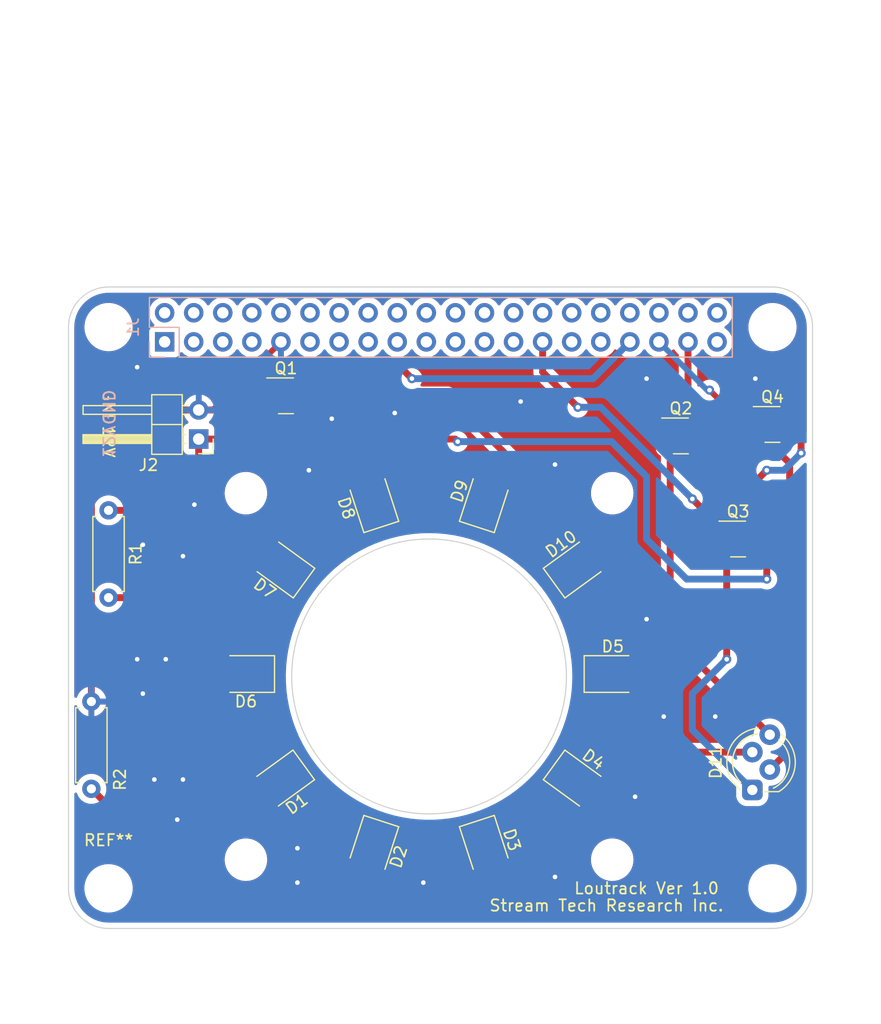
<source format=kicad_pcb>
(kicad_pcb (version 20211014) (generator pcbnew)
  (layers (0 "F.Cu" signal) (31 "B.Cu" signal) (34 "B.Paste" user) (35 "F.Paste" user) (36 "B.SilkS" user "B.Silkscreen") (37 "F.SilkS" user "F.Silkscreen") (38 "B.Mask" user) (39 "F.Mask" user) (44 "Edge.Cuts" user))
  (net 0 "")
  (net 1 "Net-(D1-Pad1)")
  (net 2 "Net-(D1-Pad2)")
  (net 3 "Net-(D2-Pad1)")
  (net 4 "Net-(D3-Pad1)")
  (net 5 "Net-(D4-Pad1)")
  (net 6 "Net-(D10-Pad1)")
  (net 7 "Net-(D6-Pad1)")
  (net 8 "Net-(D7-Pad1)")
  (net 9 "Net-(D8-Pad1)")
  (net 10 "Net-(D10-Pad2)")
  (net 11 "Net-(D11-Pad1)")
  (net 12 "Net-(D11-Pad2)")
  (net 13 "Net-(D11-Pad3)")
  (net 14 "Net-(D11-Pad4)")
  (net 22 "GND")
  (net 40 "Net-(J1-Pad27)")
  (net 46 "Net-(J1-Pad33)")
  (net 49 "Net-(J1-Pad37)")
  (net 53 "+12V")
  (net 55 "Net-(J1-Pad35)")
  (footprint "LED_SMD:LED_PLCC_2835_Handsoldering" (layer "F.Cu") (at 68.555728 84.382825 144)
    (fp_text reference "D7" (at 0 -2.4 144) (layer "F.SilkS"))
    (fp_text value "LED")
    (fp_line (start 1.4 1.6) (end -2.5 1.6) (layer "F.SilkS") (width 0.12))
    (fp_line (start 1.4 -1.6) (end -2.5 -1.6) (layer "F.SilkS") (width 0.12))
    (fp_line (start -2.5 -1.6) (end -2.5 1.6) (layer "F.SilkS") (width 0.12))
    (pad "1" smd rect (at -1.05 0 144) (size 2.5 2.2) (layers "F.Cu" "F.Paste" "F.Mask") (net 8 "Net-(D7-Pad1)"))
    (pad "2" smd rect (at 1.525 0 144) (size 1.55 2.2) (layers "F.Cu" "F.Paste" "F.Mask") (net 7 "Net-(D6-Pad1)"))
  )
  (footprint "MountingHole:MountingHole_2.7mm_M2.5" (layer "F.Cu") (at 97.5 78)
    (fp_text reference "REF**" hide)
    (fp_text value "MountingHole_2.7mm_M2.5")
    (pad "" np_thru_hole circle (at 0 0) (size 2.7 2.7) (drill 2.7) (layers *.Cu *.Mask))
  )
  (footprint "LED_SMD:LED_PLCC_2835_Handsoldering" (layer "F.Cu") (at 76.555728 78.570485 108)
    (fp_text reference "D8" (at 0 -2.4 108) (layer "F.SilkS"))
    (fp_text value "LED")
    (fp_line (start 1.4 1.6) (end -2.5 1.6) (layer "F.SilkS") (width 0.12))
    (fp_line (start 1.4 -1.6) (end -2.5 -1.6) (layer "F.SilkS") (width 0.12))
    (fp_line (start -2.5 -1.6) (end -2.5 1.6) (layer "F.SilkS") (width 0.12))
    (pad "1" smd rect (at -1.05 0 108) (size 2.5 2.2) (layers "F.Cu" "F.Paste" "F.Mask") (net 9 "Net-(D8-Pad1)"))
    (pad "2" smd rect (at 1.525 0 108) (size 1.55 2.2) (layers "F.Cu" "F.Paste" "F.Mask") (net 8 "Net-(D7-Pad1)"))
  )
  (footprint "MountingHole:MountingHole_3.2mm_M3" (layer "F.Cu") (at 111.5 112.5)
    (fp_text reference "REF**" hide)
    (fp_text value "MountingHole_3.2mm_M3")
    (pad "" np_thru_hole circle (at 0 0) (size 3.2 3.2) (drill 3.2) (layers F&B.Cu *.Mask))
  )
  (footprint "Package_TO_SOT_SMD:SOT-23" (layer "F.Cu") (at 111.5 72)
    (fp_text reference "Q4" (at 0 -2.4) (layer "F.SilkS"))
    (fp_text value "2N7002E")
    (fp_line (start 0 1.56) (end -0.65 1.56) (layer "F.SilkS") (width 0.12))
    (fp_line (start 0 -1.56) (end 0.65 -1.56) (layer "F.SilkS") (width 0.12))
    (fp_line (start 0 -1.56) (end -1.675 -1.56) (layer "F.SilkS") (width 0.12))
    (fp_line (start 0 1.56) (end 0.65 1.56) (layer "F.SilkS") (width 0.12))
    (pad "1" smd roundrect (at -0.9375 -0.95) (size 1.475 0.6) (layers "F.Cu" "F.Paste" "F.Mask") (net 55 "Net-(J1-Pad35)"))
    (pad "2" smd roundrect (at -0.9375 0.95) (size 1.475 0.6) (layers "F.Cu" "F.Paste" "F.Mask") (net 12 "Net-(D11-Pad2)"))
    (pad "3" smd roundrect (at 0.9375 0) (size 1.475 0.6) (layers "F.Cu" "F.Paste" "F.Mask") (net 53 "+12V"))
  )
  (footprint "Package_TO_SOT_SMD:SOT-23" (layer "F.Cu") (at 108.5 82)
    (fp_text reference "Q3" (at 0 -2.4) (layer "F.SilkS"))
    (fp_text value "2N7002E")
    (fp_line (start 0 1.56) (end 0.65 1.56) (layer "F.SilkS") (width 0.12))
    (fp_line (start 0 -1.56) (end -1.675 -1.56) (layer "F.SilkS") (width 0.12))
    (fp_line (start 0 1.56) (end -0.65 1.56) (layer "F.SilkS") (width 0.12))
    (fp_line (start 0 -1.56) (end 0.65 -1.56) (layer "F.SilkS") (width 0.12))
    (pad "1" smd roundrect (at -0.9375 -0.95) (size 1.475 0.6) (layers "F.Cu" "F.Paste" "F.Mask") (net 40 "Net-(J1-Pad27)"))
    (pad "2" smd roundrect (at -0.9375 0.95) (size 1.475 0.6) (layers "F.Cu" "F.Paste" "F.Mask") (net 11 "Net-(D11-Pad1)"))
    (pad "3" smd roundrect (at 0.9375 0) (size 1.475 0.6) (layers "F.Cu" "F.Paste" "F.Mask") (net 53 "+12V"))
  )
  (footprint "MountingHole:MountingHole_2.7mm_M2.5" (layer "F.Cu") (at 97.5 110)
    (fp_text reference "REF**" hide)
    (fp_text value "MountingHole_2.7mm_M2.5")
    (pad "" np_thru_hole circle (at 0 0) (size 2.7 2.7) (drill 2.7) (layers *.Cu *.Mask))
  )
  (footprint "MountingHole:MountingHole_3.2mm_M3" (layer "F.Cu") (at 111.5 63.5)
    (fp_text reference "REF**" hide)
    (fp_text value "MountingHole_3.2mm_M3")
    (pad "" np_thru_hole circle (at 0 0) (size 3.2 3.2) (drill 3.2) (layers F&B.Cu *.Mask))
  )
  (footprint "Package_TO_SOT_SMD:SOT-23" (layer "F.Cu") (at 69 69.5)
    (fp_text reference "Q1" (at 0 -2.4) (layer "F.SilkS"))
    (fp_text value "2N7002E")
    (fp_line (start 0 1.56) (end 0.65 1.56) (layer "F.SilkS") (width 0.12))
    (fp_line (start 0 1.56) (end -0.65 1.56) (layer "F.SilkS") (width 0.12))
    (fp_line (start 0 -1.56) (end -1.675 -1.56) (layer "F.SilkS") (width 0.12))
    (fp_line (start 0 -1.56) (end 0.65 -1.56) (layer "F.SilkS") (width 0.12))
    (pad "1" smd roundrect (at -0.9375 -0.95) (size 1.475 0.6) (layers "F.Cu" "F.Paste" "F.Mask") (net 46 "Net-(J1-Pad33)"))
    (pad "2" smd roundrect (at -0.9375 0.95) (size 1.475 0.6) (layers "F.Cu" "F.Paste" "F.Mask") (net 22 "GND"))
    (pad "3" smd roundrect (at 0.9375 0) (size 1.475 0.6) (layers "F.Cu" "F.Paste" "F.Mask") (net 6 "Net-(D10-Pad1)"))
  )
  (footprint "LED_THT:LED_D5.0mm-4_RGB_Staggered_Pins" (layer "F.Cu") (at 109.74 103.91 90)
    (fp_text reference "D11" (at 2.413 -3.198 90) (layer "F.SilkS"))
    (fp_text value "LED_GBKR")
    (fp_line (start -0.147 1.061188) (end -0.147 2.307) (layer "F.SilkS") (width 0.12))
    (fp_arc (start 0.660401 -1.015999) (mid 3.242766 -1.592649) (end 4.89309 0.475579) (layer "F.SilkS") (width 0.12))
    (fp_arc (start 4.804334 2.556887) (mid 2.262188 3.748194) (end -0.147 2.30683) (layer "F.SilkS") (width 0.12))
    (fp_arc (start 4.372086 2.315056) (mid 2.134091 3.246393) (end 0.158316 1.842) (layer "F.SilkS") (width 0.12))
    (fp_arc (start 0.028 -1.038) (mid 3.238737 -2.109652) (end 5.389836 0.503784) (layer "F.SilkS") (width 0.12))
    (pad "1" thru_hole roundrect (at 0 0 90) (size 1.8 1.8) (drill 0.9) (layers *.Cu *.Mask) (net 11 "Net-(D11-Pad1)"))
    (pad "2" thru_hole circle (at 1.778 1.524 90) (size 1.8 1.8) (drill 0.9) (layers *.Cu *.Mask) (net 12 "Net-(D11-Pad2)"))
    (pad "3" thru_hole circle (at 3.302 0 90) (size 1.8 1.8) (drill 0.9) (layers *.Cu *.Mask) (net 13 "Net-(D11-Pad3)"))
    (pad "4" thru_hole circle (at 4.826 1.524 90) (size 1.8 1.8) (drill 0.9) (layers *.Cu *.Mask) (net 14 "Net-(D11-Pad4)"))
  )
  (footprint "MountingHole:MountingHole_2.7mm_M2.5" (layer "F.Cu") (at 65.5 110)
    (fp_text reference "REF**" hide)
    (fp_text value "MountingHole_2.7mm_M2.5")
    (pad "" np_thru_hole circle (at 0 0) (size 2.7 2.7) (drill 2.7) (layers *.Cu *.Mask))
  )
  (footprint "Connector_PinHeader_2.54mm:PinHeader_1x02_P2.54mm_Horizontal" (layer "F.Cu") (at 61.375 73.275 180)
    (fp_text reference "J2" (at 4.385 -2.27) (layer "F.SilkS"))
    (fp_text value "Conn_01x02_Male")
    (fp_line (start 1.44 -1.33) (end 1.44 3.87) (layer "F.SilkS") (width 0.12))
    (fp_line (start -1.27 -1.27) (end 0 -1.27) (layer "F.SilkS") (width 0.12))
    (fp_line (start 10.1 -0.38) (end 10.1 0.38) (layer "F.SilkS") (width 0.12))
    (fp_line (start 1.11 -0.38) (end 1.44 -0.38) (layer "F.SilkS") (width 0.12))
    (fp_line (start 10.1 0.38) (end 4.1 0.38) (layer "F.SilkS") (width 0.12))
    (fp_line (start 1.44 1.27) (end 4.1 1.27) (layer "F.SilkS") (width 0.12))
    (fp_line (start 4.1 -1.33) (end 1.44 -1.33) (layer "F.SilkS") (width 0.12))
    (fp_line (start 4.1 -0.08) (end 10.1 -0.08) (layer "F.SilkS") (width 0.12))
    (fp_line (start 10.1 2.92) (end 4.1 2.92) (layer "F.SilkS") (width 0.12))
    (fp_line (start 4.1 -0.38) (end 10.1 -0.38) (layer "F.SilkS") (width 0.12))
    (fp_line (start 1.11 0.38) (end 1.44 0.38) (layer "F.SilkS") (width 0.12))
    (fp_line (start 4.1 -0.32) (end 10.1 -0.32) (layer "F.SilkS") (width 0.12))
    (fp_line (start 10.1 2.16) (end 10.1 2.92) (layer "F.SilkS") (width 0.12))
    (fp_line (start 1.44 3.87) (end 4.1 3.87) (layer "F.SilkS") (width 0.12))
    (fp_line (start 4.1 0.16) (end 10.1 0.16) (layer "F.SilkS") (width 0.12))
    (fp_line (start 4.1 -0.2) (end 10.1 -0.2) (layer "F.SilkS") (width 0.12))
    (fp_line (start 4.1 0.28) (end 10.1 0.28) (layer "F.SilkS") (width 0.12))
    (fp_line (start 4.1 0.04) (end 10.1 0.04) (layer "F.SilkS") (width 0.12))
    (fp_line (start 1.042929 2.92) (end 1.44 2.92) (layer "F.SilkS") (width 0.12))
    (fp_line (start 4.1 2.16) (end 10.1 2.16) (layer "F.SilkS") (width 0.12))
    (fp_line (start 1.042929 2.16) (end 1.44 2.16) (layer "F.SilkS") (width 0.12))
    (fp_line (start 4.1 3.87) (end 4.1 -1.33) (layer "F.SilkS") (width 0.12))
    (fp_line (start -1.27 0) (end -1.27 -1.27) (layer "F.SilkS") (width 0.12))
    (pad "1" thru_hole rect (at 0 0 180) (size 1.7 1.7) (drill 1) (layers *.Cu *.Mask) (net 53 "+12V"))
    (pad "2" thru_hole oval (at 0 2.54 180) (size 1.7 1.7) (drill 1) (layers *.Cu *.Mask) (net 22 "GND"))
  )
  (footprint "LED_SMD:LED_PLCC_2835_Handsoldering" (layer "F.Cu") (at 68.530728 103.191953 -144)
    (fp_text reference "D1" (at 0 -2.4 36) (layer "F.SilkS"))
    (fp_text value "LED")
    (fp_line (start -2.5 -1.6) (end -2.5 1.6) (layer "F.SilkS") (width 0.12))
    (fp_line (start 1.4 -1.6) (end -2.5 -1.6) (layer "F.SilkS") (width 0.12))
    (fp_line (start 1.4 1.6) (end -2.5 1.6) (layer "F.SilkS") (width 0.12))
    (pad "1" smd rect (at -1.05 0 216) (size 2.5 2.2) (layers "F.Cu" "F.Paste" "F.Mask") (net 1 "Net-(D1-Pad1)"))
    (pad "2" smd rect (at 1.525 0 216) (size 1.55 2.2) (layers "F.Cu" "F.Paste" "F.Mask") (net 2 "Net-(D1-Pad2)"))
  )
  (footprint "LED_SMD:LED_PLCC_2835_Handsoldering" (layer "F.Cu") (at 76.555728 109.004293 -108)
    (fp_text reference "D2" (at 0 -2.4 72) (layer "F.SilkS"))
    (fp_text value "LED")
    (fp_line (start -2.5 -1.6) (end -2.5 1.6) (layer "F.SilkS") (width 0.12))
    (fp_line (start 1.4 1.6) (end -2.5 1.6) (layer "F.SilkS") (width 0.12))
    (fp_line (start 1.4 -1.6) (end -2.5 -1.6) (layer "F.SilkS") (width 0.12))
    (pad "1" smd rect (at -1.05 0 252) (size 2.5 2.2) (layers "F.Cu" "F.Paste" "F.Mask") (net 3 "Net-(D2-Pad1)"))
    (pad "2" smd rect (at 1.525 0 252) (size 1.55 2.2) (layers "F.Cu" "F.Paste" "F.Mask") (net 1 "Net-(D1-Pad1)"))
  )
  (footprint "Resistor_THT:R_Axial_DIN0207_L6.3mm_D2.5mm_P7.62mm_Horizontal" (layer "F.Cu") (at 52 103.81 90)
    (fp_text reference "R2" (at 0.81 2.5 90) (layer "F.SilkS"))
    (fp_text value "470")
    (fp_line (start 0.54 1.37) (end 7.08 1.37) (layer "F.SilkS") (width 0.12))
    (fp_line (start 7.08 -1.37) (end 7.08 -1.04) (layer "F.SilkS") (width 0.12))
    (fp_line (start 0.54 -1.04) (end 0.54 -1.37) (layer "F.SilkS") (width 0.12))
    (fp_line (start 7.08 1.37) (end 7.08 1.04) (layer "F.SilkS") (width 0.12))
    (fp_line (start 0.54 1.04) (end 0.54 1.37) (layer "F.SilkS") (width 0.12))
    (fp_line (start 0.54 -1.37) (end 7.08 -1.37) (layer "F.SilkS") (width 0.12))
    (pad "1" thru_hole circle (at 0 0 90) (size 1.6 1.6) (drill 0.8) (layers *.Cu *.Mask) (net 13 "Net-(D11-Pad3)"))
    (pad "2" thru_hole oval (at 7.62 0 90) (size 1.6 1.6) (drill 0.8) (layers *.Cu *.Mask) (net 22 "GND"))
  )
  (footprint "LED_SMD:LED_PLCC_2835_Handsoldering" (layer "F.Cu") (at 97.55 93.787389)
    (fp_text reference "D5" (at 0 -2.4) (layer "F.SilkS"))
    (fp_text value "LED")
    (fp_line (start -2.5 -1.6) (end -2.5 1.6) (layer "F.SilkS") (width 0.12))
    (fp_line (start 1.4 -1.6) (end -2.5 -1.6) (layer "F.SilkS") (width 0.12))
    (fp_line (start 1.4 1.6) (end -2.5 1.6) (layer "F.SilkS") (width 0.12))
    (pad "1" smd rect (at -1.05 0) (size 2.5 2.2) (layers "F.Cu" "F.Paste" "F.Mask") (net 6 "Net-(D10-Pad1)"))
    (pad "2" smd rect (at 1.525 0) (size 1.55 2.2) (layers "F.Cu" "F.Paste" "F.Mask") (net 5 "Net-(D4-Pad1)"))
  )
  (footprint "LED_SMD:LED_PLCC_2835_Handsoldering" (layer "F.Cu") (at 86.444272 78.570485 72)
    (fp_text reference "D9" (at 0 -2.4 72) (layer "F.SilkS"))
    (fp_text value "LED")
    (fp_line (start -2.5 -1.6) (end -2.5 1.6) (layer "F.SilkS") (width 0.12))
    (fp_line (start 1.4 1.6) (end -2.5 1.6) (layer "F.SilkS") (width 0.12))
    (fp_line (start 1.4 -1.6) (end -2.5 -1.6) (layer "F.SilkS") (width 0.12))
    (pad "1" smd rect (at -1.05 0 72) (size 2.5 2.2) (layers "F.Cu" "F.Paste" "F.Mask") (net 10 "Net-(D10-Pad2)"))
    (pad "2" smd rect (at 1.525 0 72) (size 1.55 2.2) (layers "F.Cu" "F.Paste" "F.Mask") (net 9 "Net-(D8-Pad1)"))
  )
  (footprint "LED_SMD:LED_PLCC_2835_Handsoldering" (layer "F.Cu") (at 86.444272 109.004293 -72)
    (fp_text reference "D3" (at 0 -2.4 108) (layer "F.SilkS"))
    (fp_text value "LED")
    (fp_line (start 1.4 1.6) (end -2.5 1.6) (layer "F.SilkS") (width 0.12))
    (fp_line (start -2.5 -1.6) (end -2.5 1.6) (layer "F.SilkS") (width 0.12))
    (fp_line (start 1.4 -1.6) (end -2.5 -1.6) (layer "F.SilkS") (width 0.12))
    (pad "1" smd rect (at -1.05 0 288) (size 2.5 2.2) (layers "F.Cu" "F.Paste" "F.Mask") (net 4 "Net-(D3-Pad1)"))
    (pad "2" smd rect (at 1.525 0 288) (size 1.55 2.2) (layers "F.Cu" "F.Paste" "F.Mask") (net 3 "Net-(D2-Pad1)"))
  )
  (footprint "LED_SMD:LED_PLCC_2835_Handsoldering" (layer "F.Cu") (at 94.444272 84.382825 36)
    (fp_text reference "D10" (at 0 -2.4 36) (layer "F.SilkS"))
    (fp_text value "LED")
    (fp_line (start -2.5 -1.6) (end -2.5 1.6) (layer "F.SilkS") (width 0.12))
    (fp_line (start 1.4 1.6) (end -2.5 1.6) (layer "F.SilkS") (width 0.12))
    (fp_line (start 1.4 -1.6) (end -2.5 -1.6) (layer "F.SilkS") (width 0.12))
    (pad "1" smd rect (at -1.05 0 36) (size 2.5 2.2) (layers "F.Cu" "F.Paste" "F.Mask") (net 6 "Net-(D10-Pad1)"))
    (pad "2" smd rect (at 1.525 0 36) (size 1.55 2.2) (layers "F.Cu" "F.Paste" "F.Mask") (net 10 "Net-(D10-Pad2)"))
  )
  (footprint "LED_SMD:LED_PLCC_2835_Handsoldering" (layer "F.Cu") (at 65.5 93.787389 180)
    (fp_text reference "D6" (at 0 -2.4) (layer "F.SilkS"))
    (fp_text value "LED")
    (fp_line (start 1.4 1.6) (end -2.5 1.6) (layer "F.SilkS") (width 0.12))
    (fp_line (start -2.5 -1.6) (end -2.5 1.6) (layer "F.SilkS") (width 0.12))
    (fp_line (start 1.4 -1.6) (end -2.5 -1.6) (layer "F.SilkS") (width 0.12))
    (pad "1" smd rect (at -1.05 0 180) (size 2.5 2.2) (layers "F.Cu" "F.Paste" "F.Mask") (net 7 "Net-(D6-Pad1)"))
    (pad "2" smd rect (at 1.525 0 180) (size 1.55 2.2) (layers "F.Cu" "F.Paste" "F.Mask") (net 2 "Net-(D1-Pad2)"))
  )
  (footprint "MountingHole:MountingHole_2.7mm_M2.5" (layer "F.Cu") (at 65.5 78)
    (fp_text reference "REF**" hide)
    (fp_text value "MountingHole_2.7mm_M2.5")
    (pad "" np_thru_hole circle (at 0 0) (size 2.7 2.7) (drill 2.7) (layers *.Cu *.Mask))
  )
  (footprint "Package_TO_SOT_SMD:SOT-23" (layer "F.Cu") (at 103.5 73)
    (fp_text reference "Q2" (at 0 -2.4) (layer "F.SilkS"))
    (fp_text value "2N7002E")
    (fp_line (start 0 1.56) (end -0.65 1.56) (layer "F.SilkS") (width 0.12))
    (fp_line (start 0 -1.56) (end -1.675 -1.56) (layer "F.SilkS") (width 0.12))
    (fp_line (start 0 1.56) (end 0.65 1.56) (layer "F.SilkS") (width 0.12))
    (fp_line (start 0 -1.56) (end 0.65 -1.56) (layer "F.SilkS") (width 0.12))
    (pad "1" smd roundrect (at -0.9375 -0.95) (size 1.475 0.6) (layers "F.Cu" "F.Paste" "F.Mask") (net 49 "Net-(J1-Pad37)"))
    (pad "2" smd roundrect (at -0.9375 0.95) (size 1.475 0.6) (layers "F.Cu" "F.Paste" "F.Mask") (net 14 "Net-(D11-Pad4)"))
    (pad "3" smd roundrect (at 0.9375 0) (size 1.475 0.6) (layers "F.Cu" "F.Paste" "F.Mask") (net 53 "+12V"))
  )
  (footprint "LED_SMD:LED_PLCC_2835_Handsoldering" (layer "F.Cu") (at 94.444272 103.191953 -36)
    (fp_text reference "D4" (at 0 -2.4 144) (layer "F.SilkS"))
    (fp_text value "LED")
    (fp_line (start 1.4 -1.6) (end -2.5 -1.6) (layer "F.SilkS") (width 0.12))
    (fp_line (start -2.5 -1.6) (end -2.5 1.6) (layer "F.SilkS") (width 0.12))
    (fp_line (start 1.4 1.6) (end -2.5 1.6) (layer "F.SilkS") (width 0.12))
    (pad "1" smd rect (at -1.05 0 324) (size 2.5 2.2) (layers "F.Cu" "F.Paste" "F.Mask") (net 5 "Net-(D4-Pad1)"))
    (pad "2" smd rect (at 1.525 0 324) (size 1.55 2.2) (layers "F.Cu" "F.Paste" "F.Mask") (net 4 "Net-(D3-Pad1)"))
  )
  (footprint "Resistor_THT:R_Axial_DIN0207_L6.3mm_D2.5mm_P7.62mm_Horizontal" (layer "F.Cu") (at 53.5 79.5 -90)
    (fp_text reference "R1" (at 3.81 -2.37 90) (layer "F.SilkS"))
    (fp_text value "22")
    (fp_line (start 0.54 1.04) (end 0.54 1.37) (layer "F.SilkS") (width 0.12))
    (fp_line (start 0.54 1.37) (end 7.08 1.37) (layer "F.SilkS") (width 0.12))
    (fp_line (start 0.54 -1.37) (end 7.08 -1.37) (layer "F.SilkS") (width 0.12))
    (fp_line (start 7.08 1.37) (end 7.08 1.04) (layer "F.SilkS") (width 0.12))
    (fp_line (start 7.08 -1.37) (end 7.08 -1.04) (layer "F.SilkS") (width 0.12))
    (fp_line (start 0.54 -1.04) (end 0.54 -1.37) (layer "F.SilkS") (width 0.12))
    (pad "1" thru_hole circle (at 0 0 270) (size 1.6 1.6) (drill 0.8) (layers *.Cu *.Mask) (net 53 "+12V"))
    (pad "2" thru_hole oval (at 7.62 0 270) (size 1.6 1.6) (drill 0.8) (layers *.Cu *.Mask) (net 2 "Net-(D1-Pad2)"))
  )
  (footprint "MountingHole:MountingHole_3.2mm_M3" (layer "F.Cu") (at 53.5 112.5)
    (fp_text reference "REF**" (at 0 -4.2) (layer "F.SilkS"))
    (fp_text value "MountingHole_3.2mm_M3")
    (pad "" np_thru_hole circle (at 0 0) (size 3.2 3.2) (drill 3.2) (layers F&B.Cu *.Mask))
  )
  (footprint "MountingHole:MountingHole_3.2mm_M3" (layer "F.Cu") (at 53.5 63.5)
    (fp_text reference "REF**" hide)
    (fp_text value "MountingHole_3.2mm_M3")
    (pad "" np_thru_hole circle (at 0 0) (size 3.2 3.2) (drill 3.2) (layers *.Cu *.Mask))
  )
  (footprint "Connector_PinSocket_2.54mm:PinSocket_2x20_P2.54mm_Vertical" (layer "B.Cu") (at 58.4 64.79 -90)
    (fp_text reference "J1" (at -1.27 2.77 90) (layer "B.SilkS") (effects (justify mirror)))
    (fp_text value "Conn_02x20_Odd_Even")
    (fp_line (start -3.87 -49.59) (end 1.33 -49.59) (layer "B.SilkS") (width 0.12))
    (fp_line (start -3.87 1.33) (end -3.87 -49.59) (layer "B.SilkS") (width 0.12))
    (fp_line (start -3.87 1.33) (end -1.27 1.33) (layer "B.SilkS") (width 0.12))
    (fp_line (start -1.27 -1.27) (end 1.33 -1.27) (layer "B.SilkS") (width 0.12))
    (fp_line (start 0 1.33) (end 1.33 1.33) (layer "B.SilkS") (width 0.12))
    (fp_line (start -1.27 1.33) (end -1.27 -1.27) (layer "B.SilkS") (width 0.12))
    (fp_line (start 1.33 -1.27) (end 1.33 -49.59) (layer "B.SilkS") (width 0.12))
    (fp_line (start 1.33 1.33) (end 1.33 0) (layer "B.SilkS") (width 0.12))
    (pad "1" thru_hole rect (at 0 0 270) (size 1.7 1.7) (drill 1) (layers *.Cu *.Mask))
    (pad "2" thru_hole oval (at -2.54 0 270) (size 1.7 1.7) (drill 1) (layers *.Cu *.Mask))
    (pad "3" thru_hole oval (at 0 -2.54 270) (size 1.7 1.7) (drill 1) (layers *.Cu *.Mask))
    (pad "4" thru_hole oval (at -2.54 -2.54 270) (size 1.7 1.7) (drill 1) (layers *.Cu *.Mask))
    (pad "5" thru_hole oval (at 0 -5.08 270) (size 1.7 1.7) (drill 1) (layers *.Cu *.Mask))
    (pad "6" thru_hole oval (at -2.54 -5.08 270) (size 1.7 1.7) (drill 1) (layers *.Cu *.Mask))
    (pad "7" thru_hole oval (at 0 -7.62 270) (size 1.7 1.7) (drill 1) (layers *.Cu *.Mask))
    (pad "8" thru_hole oval (at -2.54 -7.62 270) (size 1.7 1.7) (drill 1) (layers *.Cu *.Mask))
    (pad "9" thru_hole oval (at 0 -10.16 270) (size 1.7 1.7) (drill 1) (layers *.Cu *.Mask) (net 22 "GND"))
    (pad "10" thru_hole oval (at -2.54 -10.16 270) (size 1.7 1.7) (drill 1) (layers *.Cu *.Mask))
    (pad "11" thru_hole oval (at 0 -12.7 270) (size 1.7 1.7) (drill 1) (layers *.Cu *.Mask))
    (pad "12" thru_hole oval (at -2.54 -12.7 270) (size 1.7 1.7) (drill 1) (layers *.Cu *.Mask))
    (pad "13" thru_hole oval (at 0 -15.24 270) (size 1.7 1.7) (drill 1) (layers *.Cu *.Mask))
    (pad "14" thru_hole oval (at -2.54 -15.24 270) (size 1.7 1.7) (drill 1) (layers *.Cu *.Mask))
    (pad "15" thru_hole oval (at 0 -17.78 270) (size 1.7 1.7) (drill 1) (layers *.Cu *.Mask))
    (pad "16" thru_hole oval (at -2.54 -17.78 270) (size 1.7 1.7) (drill 1) (layers *.Cu *.Mask))
    (pad "17" thru_hole oval (at 0 -20.32 270) (size 1.7 1.7) (drill 1) (layers *.Cu *.Mask))
    (pad "18" thru_hole oval (at -2.54 -20.32 270) (size 1.7 1.7) (drill 1) (layers *.Cu *.Mask))
    (pad "19" thru_hole oval (at 0 -22.86 270) (size 1.7 1.7) (drill 1) (layers *.Cu *.Mask))
    (pad "20" thru_hole oval (at -2.54 -22.86 270) (size 1.7 1.7) (drill 1) (layers *.Cu *.Mask))
    (pad "21" thru_hole oval (at 0 -25.4 270) (size 1.7 1.7) (drill 1) (layers *.Cu *.Mask))
    (pad "22" thru_hole oval (at -2.54 -25.4 270) (size 1.7 1.7) (drill 1) (layers *.Cu *.Mask))
    (pad "23" thru_hole oval (at 0 -27.94 270) (size 1.7 1.7) (drill 1) (layers *.Cu *.Mask))
    (pad "24" thru_hole oval (at -2.54 -27.94 270) (size 1.7 1.7) (drill 1) (layers *.Cu *.Mask))
    (pad "25" thru_hole oval (at 0 -30.48 270) (size 1.7 1.7) (drill 1) (layers *.Cu *.Mask))
    (pad "26" thru_hole oval (at -2.54 -30.48 270) (size 1.7 1.7) (drill 1) (layers *.Cu *.Mask))
    (pad "27" thru_hole oval (at 0 -33.02 270) (size 1.7 1.7) (drill 1) (layers *.Cu *.Mask) (net 40 "Net-(J1-Pad27)"))
    (pad "28" thru_hole oval (at -2.54 -33.02 270) (size 1.7 1.7) (drill 1) (layers *.Cu *.Mask))
    (pad "29" thru_hole oval (at 0 -35.56 270) (size 1.7 1.7) (drill 1) (layers *.Cu *.Mask))
    (pad "30" thru_hole oval (at -2.54 -35.56 270) (size 1.7 1.7) (drill 1) (layers *.Cu *.Mask))
    (pad "31" thru_hole oval (at 0 -38.1 270) (size 1.7 1.7) (drill 1) (layers *.Cu *.Mask))
    (pad "32" thru_hole oval (at -2.54 -38.1 270) (size 1.7 1.7) (drill 1) (layers *.Cu *.Mask))
    (pad "33" thru_hole oval (at 0 -40.64 270) (size 1.7 1.7) (drill 1) (layers *.Cu *.Mask) (net 46 "Net-(J1-Pad33)"))
    (pad "34" thru_hole oval (at -2.54 -40.64 270) (size 1.7 1.7) (drill 1) (layers *.Cu *.Mask))
    (pad "35" thru_hole oval (at 0 -43.18 270) (size 1.7 1.7) (drill 1) (layers *.Cu *.Mask) (net 55 "Net-(J1-Pad35)"))
    (pad "36" thru_hole oval (at -2.54 -43.18 270) (size 1.7 1.7) (drill 1) (layers *.Cu *.Mask))
    (pad "37" thru_hole oval (at 0 -45.72 270) (size 1.7 1.7) (drill 1) (layers *.Cu *.Mask) (net 49 "Net-(J1-Pad37)"))
    (pad "38" thru_hole oval (at -2.54 -45.72 270) (size 1.7 1.7) (drill 1) (layers *.Cu *.Mask))
    (pad "39" thru_hole oval (at 0 -48.26 270) (size 1.7 1.7) (drill 1) (layers *.Cu *.Mask))
    (pad "40" thru_hole oval (at -2.54 -48.26 270) (size 1.7 1.7) (drill 1) (layers *.Cu *.Mask))
  )
  (gr_arc (start 53.5 116) (mid 51.025126 114.974874) (end 50 112.5) (layer "Edge.Cuts") (width 0.1))
  (gr_arc (start 50 63.5) (mid 51.025126 61.025126) (end 53.5 60) (layer "Edge.Cuts") (width 0.1))
  (gr_circle (center 81.5 94) (end 81.5 82) (layer "Edge.Cuts") (width 0.1) (fill none))
  (gr_line (start 111.5 116) (end 53.5 116) (layer "Edge.Cuts") (width 0.1))
  (gr_arc (start 111.5 60) (mid 113.974874 61.025126) (end 115 63.5) (layer "Edge.Cuts") (width 0.1))
  (gr_arc (start 115 112.5) (mid 113.974874 114.974874) (end 111.5 116) (layer "Edge.Cuts") (width 0.1))
  (gr_line (start 53.5 60) (end 111.5 60) (layer "Edge.Cuts") (width 0.1))
  (gr_line (start 50 112.5) (end 50 63.5) (layer "Edge.Cuts") (width 0.1))
  (gr_line (start 115 63.5) (end 115 112.5) (layer "Edge.Cuts") (width 0.1))
  (gr_text "12V" (at 53.5 73.5 270) (layer "B.SilkS") (effects (font (size 1 1)) (justify mirror)))
  (gr_text "GND" (at 53.5 70.5 270) (layer "B.SilkS") (effects (font (size 1 1)) (justify mirror)))
  (gr_text "12V" (at 53.5 73.5 270) (layer "F.SilkS") (effects (font (size 1 1))))
  (gr_text "Stream Tech Research Inc." (at 97 114) (layer "F.SilkS") (effects (font (size 1 1))))
  (gr_text "Loutrack Ver 1.0" (at 100.5 112.5) (layer "F.SilkS") (effects (font (size 1 1))))
  (gr_text "GND\n" (at 53.5 70.5 270) (layer "F.SilkS") (effects (font (size 1 1))))
  (segment (start 75.900397 110.454654) (end 76.084477 110.454654) (width 0.6) (layer "F.Cu") (net 1))
  (segment (start 69.380196 103.934453) (end 75.900397 110.454654) (width 0.6) (layer "F.Cu") (net 1))
  (segment (start 69.380196 102.574778) (end 69.380196 103.934453) (width 0.6) (layer "F.Cu") (net 1))
  (segment (start 67.296977 104.088326) (end 63.975 100.766349) (width 0.6) (layer "F.Cu") (net 2))
  (segment (start 57.307611 87.12) (end 63.975 93.787389) (width 0.6) (layer "F.Cu") (net 2))
  (segment (start 53.5 87.12) (end 57.307611 87.12) (width 0.6) (layer "F.Cu") (net 2))
  (segment (start 63.975 100.766349) (end 63.975 93.787389) (width 0.6) (layer "F.Cu") (net 2))
  (segment (start 76.880196 108.005684) (end 79.329166 110.454654) (width 0.6) (layer "F.Cu") (net 3))
  (segment (start 79.329166 110.454654) (end 86.915523 110.454654) (width 0.6) (layer "F.Cu") (net 3))
  (segment (start 91.760665 108.005684) (end 95.678023 104.088326) (width 0.6) (layer "F.Cu") (net 4))
  (segment (start 86.119804 108.005684) (end 91.760665 108.005684) (width 0.6) (layer "F.Cu") (net 4))
  (segment (start 93.594804 102.574778) (end 99.075 97.094582) (width 0.6) (layer "F.Cu") (net 5))
  (segment (start 99.075 97.094582) (end 99.075 93.787389) (width 0.6) (layer "F.Cu") (net 5))
  (segment (start 69.9375 69.5) (end 83.105785 69.5) (width 0.6) (layer "F.Cu") (net 6))
  (segment (start 98 82) (end 98 88) (width 0.6) (layer "F.Cu") (net 6))
  (segment (start 96.5 87.905196) (end 93.594804 85) (width 0.6) (layer "F.Cu") (net 6))
  (segment (start 83.105785 69.5) (end 94.605785 81) (width 0.6) (layer "F.Cu") (net 6))
  (segment (start 96.5 93.787389) (end 96.5 88) (width 0.6) (layer "F.Cu") (net 6))
  (segment (start 97 81) (end 98 82) (width 0.6) (layer "F.Cu") (net 6))
  (segment (start 96.5 88) (end 96.5 87.905196) (width 0.6) (layer "F.Cu") (net 6))
  (segment (start 94.605785 81) (end 97 81) (width 0.6) (layer "F.Cu") (net 6))
  (segment (start 98 88) (end 96.5 88) (width 0.6) (layer "F.Cu") (net 6))
  (segment (start 66.55 93.787389) (end 66.55 84.258429) (width 0.6) (layer "F.Cu") (net 7))
  (segment (start 66.55 84.258429) (end 67.321977 83.486452) (width 0.6) (layer "F.Cu") (net 7))
  (segment (start 69.405196 83.640325) (end 75.925397 77.120124) (width 0.6) (layer "F.Cu") (net 8))
  (segment (start 75.925397 77.120124) (end 76.084477 77.120124) (width 0.6) (layer "F.Cu") (net 8))
  (segment (start 69.405196 85) (end 69.405196 83.640325) (width 0.6) (layer "F.Cu") (net 8))
  (segment (start 79.329166 77.120124) (end 86.915523 77.120124) (width 0.6) (layer "F.Cu") (net 9))
  (segment (start 76.880196 79.569094) (end 79.329166 77.120124) (width 0.6) (layer "F.Cu") (net 9))
  (segment (start 91.760665 79.569094) (end 95.678023 83.486452) (width 0.6) (layer "F.Cu") (net 10))
  (segment (start 86.119804 79.569094) (end 91.760665 79.569094) (width 0.6) (layer "F.Cu") (net 10))
  (segment (start 107.5 83.0125) (end 107.5625 82.95) (width 0.6) (layer "F.Cu") (net 11))
  (segment (start 107.5 92.5) (end 107.5 83.0125) (width 0.6) (layer "F.Cu") (net 11))
  (via (at 107.5 92.5) (size 0.8) (drill 0.4) (layers "F.Cu" "B.Cu") (net 11))
  (segment (start 104.5 95.5) (end 104.5 98.67) (width 0.6) (layer "B.Cu") (net 11))
  (segment (start 104.5 98.67) (end 109.74 103.91) (width 0.6) (layer "B.Cu") (net 11))
  (segment (start 107.5 92.5) (end 104.5 95.5) (width 0.6) (layer "B.Cu") (net 11))
  (segment (start 110.5625 72.95) (end 113 75.3875) (width 0.6) (layer "F.Cu") (net 12))
  (segment (start 113 75.3875) (end 113 100.396) (width 0.6) (layer "F.Cu") (net 12))
  (segment (start 113 100.396) (end 111.264 102.132) (width 0.6) (layer "F.Cu") (net 12))
  (segment (start 54.5 106.5) (end 54.5 106.31) (width 0.6) (layer "F.Cu") (net 13))
  (segment (start 62 114) (end 54.5 106.5) (width 0.6) (layer "F.Cu") (net 13))
  (segment (start 101 114) (end 62 114) (width 0.6) (layer "F.Cu") (net 13))
  (segment (start 109.74 100.608) (end 102.392 100.608) (width 0.6) (layer "F.Cu") (net 13))
  (segment (start 102.392 100.608) (end 102.392 112.608) (width 0.6) (layer "F.Cu") (net 13))
  (segment (start 54.5 106.31) (end 52 103.81) (width 0.6) (layer "F.Cu") (net 13))
  (segment (start 102.392 112.608) (end 101 114) (width 0.6) (layer "F.Cu") (net 13))
  (segment (start 111.264 99.084) (end 102.5625 90.3825) (width 0.6) (layer "F.Cu") (net 14))
  (segment (start 102.5625 90.3825) (end 102.5625 73.95) (width 0.6) (layer "F.Cu") (net 14))
  (segment (start 59.765 70.735) (end 61.375 70.735) (width 0.6) (layer "F.Cu") (net 22))
  (segment (start 61.375 70.735) (end 67.7775 70.735) (width 0.6) (layer "F.Cu") (net 22))
  (segment (start 62.615 70.735) (end 61.375 70.735) (width 0.5) (layer "F.Cu") (net 22))
  (segment (start 52 78.5) (end 59.765 70.735) (width 0.6) (layer "F.Cu") (net 22))
  (segment (start 52 96.19) (end 52 78.5) (width 0.6) (layer "F.Cu") (net 22))
  (segment (start 68.56 64.79) (end 62.615 70.735) (width 0.5) (layer "F.Cu") (net 22))
  (segment (start 67.7775 70.735) (end 68.0625 70.45) (width 0.6) (layer "F.Cu") (net 22))
  (via (at 61 79) (size 0.8) (drill 0.4) (layers "F.Cu" "B.Cu") (net 22))
  (via (at 100.5 68) (size 0.8) (drill 0.4) (layers "F.Cu" "B.Cu") (net 22))
  (via (at 73 71.5) (size 0.8) (drill 0.4) (layers "F.Cu" "B.Cu") (net 22))
  (via (at 58.5 92.5) (size 0.8) (drill 0.4) (layers "F.Cu" "B.Cu") (net 22))
  (via (at 60 103) (size 0.8) (drill 0.4) (layers "F.Cu" "B.Cu") (net 22))
  (via (at 92.5 75.5) (size 0.8) (drill 0.4) (layers "F.Cu" "B.Cu") (net 22))
  (via (at 110 68) (size 0.8) (drill 0.4) (layers "F.Cu" "B.Cu") (net 22))
  (via (at 56.5 95.5) (size 0.8) (drill 0.4) (layers "F.Cu" "B.Cu") (net 22))
  (via (at 81 112) (size 0.8) (drill 0.4) (layers "F.Cu" "B.Cu") (net 22))
  (via (at 70 109) (size 0.8) (drill 0.4) (layers "F.Cu" "B.Cu") (net 22))
  (via (at 70 112) (size 0.8) (drill 0.4) (layers "F.Cu" "B.Cu") (net 22))
  (via (at 99.5 104.5) (size 0.8) (drill 0.4) (layers "F.Cu" "B.Cu") (net 22))
  (via (at 56.5 82.5) (size 0.8) (drill 0.4) (layers "F.Cu" "B.Cu") (net 22))
  (via (at 102 97.5) (size 0.8) (drill 0.4) (layers "F.Cu" "B.Cu") (net 22))
  (via (at 60 83.5) (size 0.8) (drill 0.4) (layers "F.Cu" "B.Cu") (net 22))
  (via (at 56 67) (size 0.8) (drill 0.4) (layers "F.Cu" "B.Cu") (net 22))
  (via (at 106.5 97.5) (size 0.8) (drill 0.4) (layers "F.Cu" "B.Cu") (net 22))
  (via (at 57.5 103) (size 0.8) (drill 0.4) (layers "F.Cu" "B.Cu") (net 22))
  (via (at 71 76) (size 0.8) (drill 0.4) (layers "F.Cu" "B.Cu") (net 22))
  (via (at 59.5 106.5) (size 0.8) (drill 0.4) (layers "F.Cu" "B.Cu") (net 22))
  (via (at 78.5 71) (size 0.8) (drill 0.4) (layers "F.Cu" "B.Cu") (net 22))
  (via (at 92.5 111.5) (size 0.8) (drill 0.4) (layers "F.Cu" "B.Cu") (net 22))
  (via (at 89.5 70) (size 0.8) (drill 0.4) (layers "F.Cu" "B.Cu") (net 22))
  (via (at 100.5 89) (size 0.8) (drill 0.4) (layers "F.Cu" "B.Cu") (net 22))
  (via (at 56 92.5) (size 0.8) (drill 0.4) (layers "F.Cu" "B.Cu") (net 22))
  (segment (start 107.05 81.05) (end 104.5 78.5) (width 0.6) (layer "F.Cu") (net 40))
  (segment (start 107.5625 81.05) (end 107.05 81.05) (width 0.6) (layer "F.Cu") (net 40))
  (segment (start 94.5 70.5) (end 91.42 67.42) (width 0.6) (layer "F.Cu") (net 40))
  (segment (start 91.42 67.42) (end 91.42 64.79) (width 0.6) (layer "F.Cu") (net 40))
  (via (at 94.5 70.5) (size 0.8) (drill 0.4) (layers "F.Cu" "B.Cu") (net 40))
  (via (at 104.5 78.5) (size 0.8) (drill 0.4) (layers "F.Cu" "B.Cu") (net 40))
  (segment (start 96.5 70.5) (end 94.5 70.5) (width 0.6) (layer "B.Cu") (net 40))
  (segment (start 104.5 78.5) (end 96.5 70.5) (width 0.6) (layer "B.Cu") (net 40))
  (segment (start 69.6125 67) (end 79 67) (width 0.6) (layer "F.Cu") (net 46))
  (segment (start 68.0625 68.55) (end 69.6125 67) (width 0.6) (layer "F.Cu") (net 46))
  (segment (start 79 67) (end 80 68) (width 0.6) (layer "F.Cu") (net 46))
  (via (at 80 68) (size 0.8) (drill 0.4) (layers "F.Cu" "B.Cu") (net 46))
  (segment (start 95.83 68) (end 80 68) (width 0.6) (layer "B.Cu") (net 46))
  (segment (start 99.04 64.79) (end 95.83 68) (width 0.6) (layer "B.Cu") (net 46))
  (segment (start 104.12 70.4925) (end 102.5625 72.05) (width 0.6) (layer "F.Cu") (net 49))
  (segment (start 104.12 64.79) (end 104.12 70.4925) (width 0.6) (layer "F.Cu") (net 49))
  (segment (start 111 83.5625) (end 109.4375 82) (width 0.6) (layer "F.Cu") (net 53))
  (segment (start 53.5 79.5) (end 56.65 79.5) (width 0.6) (layer "F.Cu") (net 53))
  (segment (start 83.775 73.275) (end 84 73.5) (width 0.6) (layer "F.Cu") (net 53))
  (segment (start 109.4375 78) (end 109.4375 82) (width 0.6) (layer "F.Cu") (net 53))
  (segment (start 56.65 79.5) (end 61.375 74.775) (width 0.6) (layer "F.Cu") (net 53))
  (segment (start 61.375 73.275) (end 83.775 73.275) (width 0.6) (layer "F.Cu") (net 53))
  (segment (start 114 74.5) (end 114 73.5625) (width 0.6) (layer "F.Cu") (net 53))
  (segment (start 104.4375 73) (end 109.21875 77.78125) (width 0.6) (layer "F.Cu") (net 53))
  (segment (start 61.375 74.775) (end 61.375 73.275) (width 0.6) (layer "F.Cu") (net 53))
  (segment (start 114 73.5625) (end 112.4375 72) (width 0.6) (layer "F.Cu") (net 53))
  (segment (start 109.21875 77.78125) (end 111 76) (width 0.6) (layer "F.Cu") (net 53))
  (segment (start 111 85.5) (end 111 83.5625) (width 0.6) (layer "F.Cu") (net 53))
  (segment (start 109.21875 77.78125) (end 109.4375 78) (width 0.6) (layer "F.Cu") (net 53))
  (via (at 114 74.5) (size 0.8) (drill 0.4) (layers "F.Cu" "B.Cu") (net 53))
  (via (at 84 73.5) (size 0.8) (drill 0.4) (layers "F.Cu" "B.Cu") (net 53))
  (via (at 111 85.5) (size 0.8) (drill 0.4) (layers "F.Cu" "B.Cu") (net 53))
  (via (at 111 76) (size 0.8) (drill 0.4) (layers "F.Cu" "B.Cu") (net 53))
  (segment (start 112.5 76) (end 114 74.5) (width 0.6) (layer "B.Cu") (net 53))
  (segment (start 100.5 76.55) (end 100.5 82) (width 0.6) (layer "B.Cu") (net 53))
  (segment (start 104 85.5) (end 111 85.5) (width 0.6) (layer "B.Cu") (net 53))
  (segment (start 100.5 82) (end 104 85.5) (width 0.6) (layer "B.Cu") (net 53))
  (segment (start 111 76) (end 112.5 76) (width 0.6) (layer "B.Cu") (net 53))
  (segment (start 97.45 73.5) (end 100.5 76.55) (width 0.6) (layer "B.Cu") (net 53))
  (segment (start 84 73.5) (end 97.45 73.5) (width 0.6) (layer "B.Cu") (net 53))
  (segment (start 110.5625 71.05) (end 108.05 71.05) (width 0.5) (layer "F.Cu") (net 55))
  (segment (start 108.05 71.05) (end 106 69) (width 0.5) (layer "F.Cu") (net 55))
  (via (at 106 69) (size 0.8) (drill 0.4) (layers "F.Cu" "B.Cu") (net 55))
  (segment (start 106 69) (end 105.79 69) (width 0.5) (layer "B.Cu") (net 55))
  (segment (start 105.79 69) (end 101.58 64.79) (width 0.5) (layer "B.Cu") (net 55))
  (zone (net 22) (net_name "GND") (layer "F.Cu") (connect_pads (clearance 0.508)) (min_thickness 0.254) (fill yes (thermal_gap 0.508) (thermal_bridge_width 0.508))
    (polygon (pts (xy 114.5 62) (xy 115 113.5) (xy 112.5 116) (xy 53 116) (xy 50.5 114) (xy 50.5 62) (xy 52 60.5) (xy 112.5 60.5)))
  )
  (zone (net 22) (net_name "GND") (layer "B.Cu") (connect_pads (clearance 0.508)) (min_thickness 0.254) (fill yes (thermal_gap 0.508) (thermal_bridge_width 0.508))
    (polygon (pts (xy 114.5 62) (xy 115 113.5) (xy 112 116) (xy 52 116) (xy 50.5 114) (xy 50.5 62) (xy 52 60.5) (xy 112.5 60.5)))
  )
)
</source>
